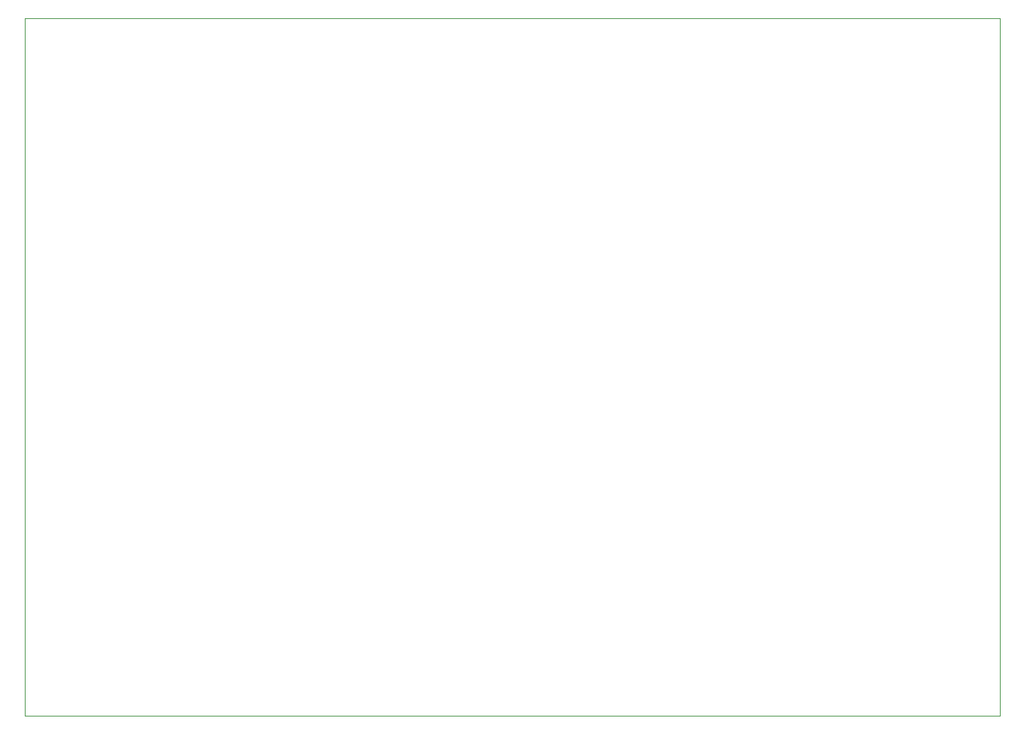
<source format=gm1>
%TF.GenerationSoftware,KiCad,Pcbnew,7.0.9*%
%TF.CreationDate,2024-01-13T15:57:46+01:00*%
%TF.ProjectId,daisy-drums,64616973-792d-4647-9275-6d732e6b6963,v02*%
%TF.SameCoordinates,Original*%
%TF.FileFunction,Profile,NP*%
%FSLAX46Y46*%
G04 Gerber Fmt 4.6, Leading zero omitted, Abs format (unit mm)*
G04 Created by KiCad (PCBNEW 7.0.9) date 2024-01-13 15:57:46*
%MOMM*%
%LPD*%
G01*
G04 APERTURE LIST*
%TA.AperFunction,Profile*%
%ADD10C,0.100000*%
%TD*%
G04 APERTURE END LIST*
D10*
X125000000Y-127000000D02*
X238000000Y-127000000D01*
X238000000Y-127000000D02*
X238000000Y-46000000D01*
X238000000Y-46000000D02*
X125000000Y-46000000D01*
X125000000Y-127000000D02*
X125000000Y-46000000D01*
M02*

</source>
